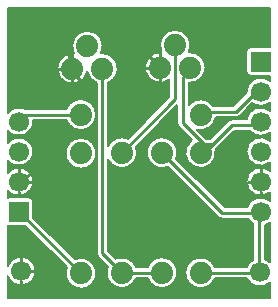
<source format=gbl>
G04 Layer: BottomLayer*
G04 EasyEDA Pro v2.2.40.8, 2025-10-31 20:06:03*
G04 Gerber Generator version 0.3*
G04 Scale: 100 percent, Rotated: No, Reflected: No*
G04 Dimensions in millimeters*
G04 Leading zeros omitted, absolute positions, 4 integers and 5 decimals*
G04 Generated by one-click*
%FSLAX45Y45*%
%MOMM*%
%ADD10C,0.2032*%
%ADD11C,0.254*%
%ADD12C,1.8796*%
%ADD13R,1.7X1.7*%
%ADD14C,1.7*%
%ADD15C,0.6193*%
%ADD16C,0.61*%
G75*


G04 Copper Start*
G36*
G01X-2389232Y429578D02*
G01X-2389232Y772276D01*
G01X-2379621Y770963D01*
G01X-2242417Y770963D01*
G01X-1890347Y418893D01*
G01X-1896988Y397553D01*
G01X-1899869Y375390D01*
G01X-1898906Y353061D01*
G01X-1894126Y331229D01*
G01X-1885672Y310540D01*
G01X-1873795Y291608D01*
G01X-1858845Y274995D01*
G01X-1841267Y261193D01*
G01X-1821582Y250610D01*
G01X-1800373Y243562D01*
G01X-1778269Y240256D01*
G01X-1755926Y240792D01*
G01X-1734007Y245152D01*
G01X-1713160Y253208D01*
G01X-1694004Y264721D01*
G01X-1677107Y279350D01*
G01X-1662971Y296660D01*
G01X-1652013Y316139D01*
G01X-1644560Y337209D01*
G01X-1640831Y359245D01*
G01X-1640939Y381594D01*
G01X-1644879Y403594D01*
G01X-1652534Y424591D01*
G01X-1663678Y443964D01*
G01X-1677980Y461138D01*
G01X-1695017Y475603D01*
G01X-1714282Y486932D01*
G01X-1735206Y494788D01*
G01X-1757166Y498937D01*
G01X-1779513Y499258D01*
G01X-1801584Y495740D01*
G01X-1822724Y488489D01*
G01X-2173808Y839572D01*
G01X-2173808Y976776D01*
G01X-2175561Y987844D01*
G01X-2180648Y997827D01*
G01X-2188571Y1005751D01*
G01X-2198555Y1010838D01*
G01X-2209622Y1012590D01*
G01X-2379621Y1012590D01*
G01X-2389232Y1011277D01*
G01X-2389232Y1070644D01*
G01X-2374574Y1055203D01*
G01X-2357432Y1042574D01*
G01X-2338340Y1033150D01*
G01X-2317890Y1027225D01*
G01X-2296717Y1024981D01*
G01X-2275480Y1026489D01*
G01X-2254836Y1031701D01*
G01X-2235429Y1040457D01*
G01X-2217859Y1052484D01*
G01X-2202674Y1067408D01*
G01X-2190345Y1084766D01*
G01X-2181254Y1104018D01*
G01X-2175684Y1124568D01*
G01X-2173808Y1145777D01*
G01X-2175684Y1166985D01*
G01X-2181254Y1187535D01*
G01X-2190345Y1206787D01*
G01X-2202674Y1224145D01*
G01X-2217859Y1239069D01*
G01X-2235429Y1251096D01*
G01X-2254836Y1259852D01*
G01X-2275480Y1265064D01*
G01X-2296717Y1266572D01*
G01X-2317890Y1264328D01*
G01X-2338340Y1258403D01*
G01X-2357432Y1248979D01*
G01X-2374574Y1236350D01*
G01X-2389232Y1220909D01*
G01X-2389232Y1324644D01*
G01X-2374574Y1309203D01*
G01X-2357432Y1296574D01*
G01X-2338340Y1287150D01*
G01X-2317890Y1281225D01*
G01X-2296717Y1278981D01*
G01X-2275480Y1280489D01*
G01X-2254836Y1285701D01*
G01X-2235429Y1294457D01*
G01X-2217859Y1306484D01*
G01X-2202674Y1321408D01*
G01X-2190345Y1338766D01*
G01X-2181254Y1358018D01*
G01X-2175684Y1378568D01*
G01X-2175044Y1385799D01*
G01X-1899990Y1385799D01*
G01X-1898018Y1363260D01*
G01X-1892162Y1341407D01*
G01X-1882601Y1320902D01*
G01X-1869624Y1302369D01*
G01X-1853626Y1286371D01*
G01X-1835093Y1273394D01*
G01X-1814588Y1263832D01*
G01X-1792734Y1257977D01*
G01X-1770196Y1256005D01*
G01X-1770196Y1256005D01*
G01X-1747657Y1257977D01*
G01X-1725804Y1263832D01*
G01X-1705299Y1273394D01*
G01X-1686766Y1286371D01*
G01X-1670768Y1302369D01*
G01X-1657791Y1320902D01*
G01X-1648229Y1341407D01*
G01X-1642374Y1363260D01*
G01X-1640402Y1385799D01*
G01X-1642374Y1408337D01*
G01X-1648229Y1430191D01*
G01X-1657791Y1450696D01*
G01X-1670768Y1469229D01*
G01X-1686766Y1485227D01*
G01X-1705299Y1498204D01*
G01X-1725804Y1507765D01*
G01X-1747657Y1513621D01*
G01X-1770196Y1515593D01*
G01X-1792734Y1513621D01*
G01X-1814588Y1507765D01*
G01X-1835093Y1498204D01*
G01X-1853626Y1485227D01*
G01X-1869624Y1469229D01*
G01X-1882601Y1450696D01*
G01X-1892162Y1430191D01*
G01X-1898018Y1408337D01*
G01X-1899990Y1385799D01*
G01X-2175044Y1385799D01*
G01X-2173808Y1399777D01*
G01X-2175684Y1420985D01*
G01X-2181254Y1441535D01*
G01X-2190345Y1460787D01*
G01X-2202674Y1478145D01*
G01X-2217859Y1493069D01*
G01X-2235429Y1505096D01*
G01X-2254836Y1513852D01*
G01X-2275480Y1519064D01*
G01X-2296717Y1520572D01*
G01X-2317890Y1518328D01*
G01X-2338340Y1512403D01*
G01X-2357432Y1502979D01*
G01X-2374574Y1490350D01*
G01X-2389232Y1474909D01*
G01X-2389232Y1578644D01*
G01X-2373964Y1562668D01*
G01X-2356041Y1549740D01*
G01X-2336064Y1540293D01*
G01X-2314700Y1534643D01*
G01X-2292664Y1532979D01*
G01X-2270693Y1535356D01*
G01X-2249523Y1541696D01*
G01X-2229862Y1551785D01*
G01X-2212368Y1565287D01*
G01X-2197626Y1581750D01*
G01X-2186129Y1600622D01*
G01X-2178262Y1621273D01*
G01X-2174288Y1643012D01*
G01X-2174340Y1665111D01*
G01X-1892758Y1665111D01*
G01X-1882650Y1645177D01*
G01X-1869273Y1627273D01*
G01X-1853022Y1611929D01*
G01X-1834380Y1599601D01*
G01X-1813900Y1590654D01*
G01X-1792188Y1585352D01*
G01X-1769888Y1583854D01*
G01X-1747662Y1586204D01*
G01X-1726169Y1592332D01*
G01X-1706046Y1602057D01*
G01X-1687889Y1615089D01*
G01X-1672238Y1631043D01*
G01X-1659555Y1649446D01*
G01X-1650217Y1669751D01*
G01X-1644502Y1691358D01*
G01X-1642577Y1713625D01*
G01X-1644502Y1735891D01*
G01X-1650217Y1757498D01*
G01X-1659555Y1777803D01*
G01X-1672238Y1796206D01*
G01X-1687889Y1812160D01*
G01X-1706046Y1825193D01*
G01X-1726169Y1834917D01*
G01X-1747662Y1841045D01*
G01X-1769888Y1843395D01*
G01X-1792188Y1841897D01*
G01X-1813900Y1836596D01*
G01X-1834380Y1827648D01*
G01X-1853022Y1815320D01*
G01X-1869273Y1799976D01*
G01X-1882650Y1782072D01*
G01X-1892758Y1762139D01*
G01X-2234773Y1762139D01*
G01X-2240516Y1761798D01*
G01X-2259629Y1769412D01*
G01X-2279757Y1773672D01*
G01X-2300316Y1774456D01*
G01X-2320709Y1771740D01*
G01X-2340347Y1765603D01*
G01X-2358658Y1756223D01*
G01X-2375112Y1743872D01*
G01X-2389232Y1728909D01*
G01X-2389232Y2615329D01*
G01X-171249Y2615329D01*
G01X-171249Y2283538D01*
G01X-333985Y2283538D01*
G01X-345052Y2281785D01*
G01X-355036Y2276698D01*
G01X-362959Y2268774D01*
G01X-368046Y2258791D01*
G01X-369799Y2247724D01*
G01X-369799Y2077724D01*
G01X-368046Y2066657D01*
G01X-362959Y2056673D01*
G01X-355036Y2048750D01*
G01X-345052Y2043663D01*
G01X-333985Y2041910D01*
G01X-171249Y2041910D01*
G01X-171249Y2001207D01*
G01X-189236Y2013728D01*
G01X-209188Y2022795D01*
G01X-230450Y2028107D01*
G01X-252321Y2029491D01*
G01X-274083Y2026902D01*
G01X-295019Y2020423D01*
G01X-314440Y2010270D01*
G01X-331708Y1996774D01*
G01X-346253Y1980382D01*
G01X-357598Y1961631D01*
G01X-365369Y1941140D01*
G01X-369310Y1919582D01*
G01X-369292Y1897666D01*
G01X-479419Y1787539D01*
G01X-649679Y1787539D01*
G01X-663663Y1804463D01*
G01X-680300Y1818789D01*
G01X-699113Y1830106D01*
G01X-719564Y1838090D01*
G01X-741068Y1842513D01*
G01X-763010Y1843249D01*
G01X-784763Y1840275D01*
G01X-805702Y1833678D01*
G01X-825231Y1823647D01*
G01X-842789Y1810467D01*
G01X-857875Y1794516D01*
G01X-857875Y1982974D01*
G01X-836259Y1982700D01*
G01X-814898Y1986018D01*
G01X-794384Y1992835D01*
G01X-775285Y2002962D01*
G01X-758133Y2016119D01*
G01X-743402Y2031940D01*
G01X-731501Y2049986D01*
G01X-722760Y2069758D01*
G01X-717422Y2090706D01*
G01X-715635Y2112249D01*
G01X-717449Y2133790D01*
G01X-722812Y2154732D01*
G01X-731577Y2174492D01*
G01X-743500Y2192524D01*
G01X-758250Y2208327D01*
G01X-775419Y2221463D01*
G01X-794530Y2231567D01*
G01X-815053Y2238359D01*
G01X-836418Y2241650D01*
G01X-858033Y2241350D01*
G01X-849230Y2261822D01*
G01X-844059Y2283499D01*
G01X-842671Y2305740D01*
G01X-845109Y2327891D01*
G01X-851300Y2349298D01*
G01X-861062Y2369331D01*
G01X-874106Y2387399D01*
G01X-890049Y2402969D01*
G01X-908420Y2415582D01*
G01X-928679Y2424867D01*
G01X-950226Y2430550D01*
G01X-972429Y2432463D01*
G01X-994631Y2430550D01*
G01X-1016179Y2424867D01*
G01X-1036437Y2415582D01*
G01X-1054809Y2402969D01*
G01X-1070751Y2387399D01*
G01X-1083796Y2369331D01*
G01X-1093558Y2349298D01*
G01X-1099749Y2327891D01*
G01X-1102186Y2305740D01*
G01X-1100799Y2283499D01*
G01X-1095628Y2261822D01*
G01X-1086825Y2241350D01*
G01X-1109733Y2241554D01*
G01X-1132321Y2237727D01*
G01X-1153884Y2229988D01*
G01X-1173750Y2218578D01*
G01X-1191301Y2203853D01*
G01X-1205990Y2186272D01*
G01X-1217358Y2166382D01*
G01X-1225053Y2144803D01*
G01X-1228834Y2122208D01*
G01X-1228583Y2099299D01*
G01X-1224308Y2076792D01*
G01X-1216143Y2055387D01*
G01X-1204341Y2035751D01*
G01X-1189271Y2018496D01*
G01X-1171401Y2004159D01*
G01X-1151290Y1993187D01*
G01X-1129563Y1985922D01*
G01X-1106896Y1982591D01*
G01X-1083998Y1983296D01*
G01X-1061580Y1988017D01*
G01X-1040341Y1996606D01*
G01X-1020943Y2008795D01*
G01X-1020943Y1862805D01*
G01X-1373438Y1510309D01*
G01X-1394029Y1517103D01*
G01X-1415464Y1520375D01*
G01X-1437145Y1520032D01*
G01X-1458465Y1516084D01*
G01X-1478832Y1508643D01*
G01X-1497675Y1497915D01*
G01X-1514469Y1484200D01*
G01X-1528746Y1467880D01*
G01X-1540106Y1449411D01*
G01X-1540106Y1983187D01*
G01X-1521696Y1992363D01*
G01X-1504966Y2004333D01*
G01X-1490338Y2018796D01*
G01X-1478179Y2035388D01*
G01X-1468793Y2053693D01*
G01X-1462418Y2073251D01*
G01X-1459212Y2093571D01*
G01X-1459257Y2114141D01*
G01X-1462552Y2134447D01*
G01X-1469013Y2153976D01*
G01X-1478478Y2172240D01*
G01X-1490710Y2188779D01*
G01X-1505402Y2203177D01*
G01X-1522183Y2215074D01*
G01X-1540634Y2224170D01*
G01X-1560289Y2230237D01*
G01X-1580657Y2233122D01*
G01X-1601224Y2232753D01*
G01X-1592421Y2253225D01*
G01X-1587250Y2274902D01*
G01X-1585863Y2297143D01*
G01X-1588300Y2319294D01*
G01X-1594491Y2340701D01*
G01X-1604253Y2360734D01*
G01X-1617297Y2378802D01*
G01X-1633240Y2394372D01*
G01X-1651612Y2406985D01*
G01X-1671870Y2416270D01*
G01X-1693418Y2421953D01*
G01X-1715620Y2423866D01*
G01X-1737822Y2421953D01*
G01X-1759370Y2416270D01*
G01X-1779628Y2406985D01*
G01X-1798000Y2394372D01*
G01X-1813943Y2378802D01*
G01X-1826987Y2360734D01*
G01X-1836749Y2340701D01*
G01X-1842940Y2319294D01*
G01X-1845378Y2297143D01*
G01X-1843990Y2274902D01*
G01X-1838819Y2253225D01*
G01X-1830016Y2232753D01*
G01X-1852957Y2232954D01*
G01X-1875576Y2229113D01*
G01X-1897165Y2221349D01*
G01X-1917049Y2209906D01*
G01X-1934609Y2195140D01*
G01X-1949294Y2177513D01*
G01X-1960646Y2157576D01*
G01X-1968310Y2135951D01*
G01X-1972047Y2113315D01*
G01X-1971741Y2090375D01*
G01X-1967400Y2067847D01*
G01X-1959160Y2046435D01*
G01X-1947280Y2026809D01*
G01X-1932129Y2009580D01*
G01X-1914181Y1995289D01*
G01X-1893998Y1984381D01*
G01X-1872209Y1977197D01*
G01X-1849496Y1973961D01*
G01X-1826568Y1974775D01*
G01X-1804142Y1979614D01*
G01X-1782918Y1988325D01*
G01X-1763559Y2000637D01*
G01X-1746670Y2016165D01*
G01X-1732779Y2034425D01*
G01X-1722320Y2054844D01*
G01X-1715620Y2076787D01*
G01X-1709575Y2056495D01*
G01X-1700312Y2037456D01*
G01X-1688076Y2020177D01*
G01X-1673194Y2005116D01*
G01X-1656062Y1992676D01*
G01X-1637134Y1983187D01*
G01X-1637134Y539240D01*
G01X-1635481Y526683D01*
G01X-1630635Y514983D01*
G01X-1622925Y504935D01*
G01X-1543690Y425700D01*
G01X-1550739Y404024D01*
G01X-1553887Y381450D01*
G01X-1553038Y358672D01*
G01X-1548217Y336394D01*
G01X-1539573Y315304D01*
G01X-1527374Y296050D01*
G01X-1511994Y279228D01*
G01X-1493909Y265355D01*
G01X-1473675Y254860D01*
G01X-1451918Y248066D01*
G01X-1429308Y245183D01*
G01X-1406542Y246300D01*
G01X-1384322Y251382D01*
G01X-1363334Y260273D01*
G01X-1344226Y272698D01*
G01X-1327585Y288274D01*
G01X-1313925Y306521D01*
G01X-1303669Y326876D01*
G01X-1204805Y326876D01*
G01X-1194697Y306942D01*
G01X-1181320Y289038D01*
G01X-1165069Y273695D01*
G01X-1146427Y261366D01*
G01X-1125947Y252419D01*
G01X-1104235Y247118D01*
G01X-1081935Y245620D01*
G01X-1059709Y247970D01*
G01X-1038216Y254098D01*
G01X-1018093Y263822D01*
G01X-999936Y276854D01*
G01X-984285Y292808D01*
G01X-971602Y311211D01*
G01X-962264Y331517D01*
G01X-956549Y353123D01*
G01X-954624Y375390D01*
G01X-956549Y397657D01*
G01X-962264Y419263D01*
G01X-971602Y439569D01*
G01X-984285Y457971D01*
G01X-999936Y473926D01*
G01X-1018093Y486958D01*
G01X-1038216Y496682D01*
G01X-1059709Y502810D01*
G01X-1081935Y505160D01*
G01X-1104235Y503662D01*
G01X-1125947Y498361D01*
G01X-1146427Y489414D01*
G01X-1165069Y477085D01*
G01X-1181320Y461742D01*
G01X-1194697Y443838D01*
G01X-1204805Y423904D01*
G01X-1304080Y423904D01*
G01X-1314535Y444211D01*
G01X-1328387Y462371D01*
G01X-1345207Y477822D01*
G01X-1364476Y490085D01*
G01X-1385596Y498781D01*
G01X-1407913Y503639D01*
G01X-1430737Y504511D01*
G01X-1453359Y501369D01*
G01X-1475081Y494309D01*
G01X-1540106Y559335D01*
G01X-1540106Y1332347D01*
G01X-1528465Y1313498D01*
G01X-1513787Y1296904D01*
G01X-1496501Y1283048D01*
G01X-1477111Y1272333D01*
G01X-1456181Y1265071D01*
G01X-1434321Y1261475D01*
G01X-1412168Y1261649D01*
G01X-1390367Y1265588D01*
G01X-1369553Y1273177D01*
G01X-1350334Y1284195D01*
G01X-1333268Y1298321D01*
G01X-1318853Y1315144D01*
G01X-1307508Y1334173D01*
G01X-1299565Y1354854D01*
G01X-1295255Y1376584D01*
G01X-1294703Y1398731D01*
G01X-1297926Y1420649D01*
G01X-1304829Y1441700D01*
G01X-954903Y1791626D01*
G01X-954903Y1639295D01*
G01X-953250Y1626739D01*
G01X-948403Y1615038D01*
G01X-940694Y1604991D01*
G01X-832123Y1496421D01*
G01X-848607Y1482607D01*
G01X-862583Y1466262D01*
G01X-873668Y1447832D01*
G01X-881558Y1427826D01*
G01X-886036Y1406791D01*
G01X-886979Y1385306D01*
G01X-884362Y1363959D01*
G01X-878255Y1343339D01*
G01X-868828Y1324009D01*
G01X-856338Y1306501D01*
G01X-841129Y1291297D01*
G01X-823617Y1278812D01*
G01X-804285Y1269390D01*
G01X-783662Y1263290D01*
G01X-762315Y1260679D01*
G01X-740830Y1261629D01*
G01X-719796Y1266113D01*
G01X-699792Y1274009D01*
G01X-681366Y1285100D01*
G01X-665025Y1299081D01*
G01X-651216Y1315568D01*
G01X-640320Y1334110D01*
G01X-632635Y1354196D01*
G01X-628372Y1375275D01*
G01X-627648Y1396769D01*
G01X-630483Y1418087D01*
G01X-472841Y1575730D01*
G01X-340396Y1575730D01*
G01X-325432Y1561173D01*
G01X-308186Y1549409D01*
G01X-289172Y1540790D01*
G01X-268958Y1535572D01*
G01X-248148Y1533913D01*
G01X-227363Y1535860D01*
G01X-207224Y1541357D01*
G01X-188331Y1550239D01*
G01X-171249Y1562240D01*
G01X-171249Y1493207D01*
G01X-188497Y1505305D01*
G01X-207583Y1514222D01*
G01X-227929Y1519688D01*
G01X-248915Y1521537D01*
G01X-269902Y1519713D01*
G01X-290254Y1514270D01*
G01X-309351Y1505375D01*
G01X-326613Y1493298D01*
G01X-341514Y1478405D01*
G01X-353601Y1461151D01*
G01X-362508Y1442059D01*
G01X-367962Y1421711D01*
G01X-369799Y1400724D01*
G01X-367962Y1379737D01*
G01X-362508Y1359388D01*
G01X-353601Y1340296D01*
G01X-341514Y1323042D01*
G01X-326613Y1308150D01*
G01X-309351Y1296072D01*
G01X-290254Y1287177D01*
G01X-269902Y1281734D01*
G01X-248915Y1279910D01*
G01X-227929Y1281759D01*
G01X-207583Y1287225D01*
G01X-188497Y1296143D01*
G01X-171249Y1308240D01*
G01X-171249Y1239207D01*
G01X-188497Y1251305D01*
G01X-207583Y1260222D01*
G01X-227929Y1265688D01*
G01X-248915Y1267537D01*
G01X-269902Y1265713D01*
G01X-290254Y1260270D01*
G01X-309351Y1251375D01*
G01X-326613Y1239298D01*
G01X-341514Y1224405D01*
G01X-353601Y1207151D01*
G01X-362508Y1188059D01*
G01X-367962Y1167711D01*
G01X-369799Y1146724D01*
G01X-367962Y1125737D01*
G01X-362508Y1105388D01*
G01X-353601Y1086296D01*
G01X-341514Y1069042D01*
G01X-326613Y1054150D01*
G01X-309351Y1042072D01*
G01X-290254Y1033177D01*
G01X-269902Y1027734D01*
G01X-248915Y1025910D01*
G01X-227929Y1027759D01*
G01X-207583Y1033225D01*
G01X-188497Y1042143D01*
G01X-171249Y1054240D01*
G01X-171249Y985207D01*
G01X-188907Y997540D01*
G01X-208473Y1006543D01*
G01X-229327Y1011927D01*
G01X-250806Y1013524D01*
G01X-272227Y1011281D01*
G01X-292909Y1005270D01*
G01X-312195Y995682D01*
G01X-329473Y982822D01*
G01X-344192Y967098D01*
G01X-355885Y949011D01*
G01X-364181Y929135D01*
G01X-553554Y929135D01*
G01X-964988Y1340569D01*
G01X-958040Y1361811D01*
G01X-954839Y1383930D01*
G01X-955480Y1406271D01*
G01X-959945Y1428170D01*
G01X-968100Y1448979D01*
G01X-979704Y1468080D01*
G01X-994413Y1484907D01*
G01X-1011790Y1498962D01*
G01X-1031321Y1509826D01*
G01X-1052427Y1517180D01*
G01X-1074481Y1520803D01*
G01X-1096830Y1520589D01*
G01X-1118810Y1516545D01*
G01X-1139771Y1508789D01*
G01X-1159091Y1497552D01*
G01X-1176197Y1483168D01*
G01X-1190581Y1466063D01*
G01X-1201817Y1446743D01*
G01X-1209573Y1425782D01*
G01X-1213618Y1403801D01*
G01X-1213831Y1381453D01*
G01X-1210208Y1359399D01*
G01X-1202855Y1338293D01*
G01X-1191990Y1318762D01*
G01X-1177935Y1301384D01*
G01X-1161108Y1286675D01*
G01X-1142007Y1275071D01*
G01X-1121198Y1266916D01*
G01X-1099299Y1262452D01*
G01X-1076958Y1261810D01*
G01X-1054839Y1265011D01*
G01X-1033597Y1271959D01*
G01X-607954Y846316D01*
G01X-597906Y838607D01*
G01X-586206Y833760D01*
G01X-573649Y832107D01*
G01X-353491Y832107D01*
G01X-341482Y815004D01*
G01X-326705Y800227D01*
G01X-309602Y788217D01*
G01X-309602Y485404D01*
G01X-328186Y474011D01*
G01X-344420Y459464D01*
G01X-357777Y442236D01*
G01X-367820Y422889D01*
G01X-636898Y422889D01*
G01X-647006Y442823D01*
G01X-660383Y460727D01*
G01X-676634Y476071D01*
G01X-695275Y488399D01*
G01X-715756Y497347D01*
G01X-737468Y502648D01*
G01X-759767Y504146D01*
G01X-781993Y501796D01*
G01X-803486Y495668D01*
G01X-823610Y485944D01*
G01X-841766Y472911D01*
G01X-857418Y456957D01*
G01X-870101Y438554D01*
G01X-879438Y418249D01*
G01X-885154Y396642D01*
G01X-887078Y374375D01*
G01X-885154Y352109D01*
G01X-879438Y330502D01*
G01X-870101Y310197D01*
G01X-857418Y291794D01*
G01X-841766Y275840D01*
G01X-823610Y262807D01*
G01X-803486Y253083D01*
G01X-781993Y246955D01*
G01X-759767Y244605D01*
G01X-737468Y246103D01*
G01X-715756Y251404D01*
G01X-695275Y260352D01*
G01X-676634Y272680D01*
G01X-660383Y288024D01*
G01X-647006Y305928D01*
G01X-636898Y325861D01*
G01X-365405Y325861D01*
G01X-354902Y307731D01*
G01X-341425Y291688D01*
G01X-325378Y278215D01*
G01X-307244Y267717D01*
G01X-287570Y260509D01*
G01X-266946Y256810D01*
G01X-245993Y256730D01*
G01X-225342Y260271D01*
G01X-205613Y267326D01*
G01X-187399Y277685D01*
G01X-171249Y291035D01*
G01X-171249Y156654D01*
G01X-2389232Y156654D01*
G01X-2389232Y347530D01*
G01X-2380372Y328404D01*
G01X-2368323Y311108D01*
G01X-2353450Y296171D01*
G01X-2336208Y284045D01*
G01X-2317121Y275101D01*
G01X-2296770Y269610D01*
G01X-2275774Y267741D01*
G01X-2254773Y269549D01*
G01X-2234405Y274979D01*
G01X-2215292Y283867D01*
G01X-2198014Y295942D01*
G01X-2183098Y310836D01*
G01X-2170998Y328096D01*
G01X-2162082Y347197D01*
G01X-2156621Y367556D01*
G01X-2154783Y388554D01*
G01X-2156621Y409553D01*
G01X-2162082Y429912D01*
G01X-2170998Y449013D01*
G01X-2183098Y466273D01*
G01X-2198014Y481167D01*
G01X-2215292Y493242D01*
G01X-2234405Y502130D01*
G01X-2254773Y507560D01*
G01X-2275774Y509368D01*
G01X-2296770Y507499D01*
G01X-2317121Y502008D01*
G01X-2336208Y493064D01*
G01X-2353450Y480938D01*
G01X-2368323Y466000D01*
G01X-2380372Y448705D01*
G01X-2389232Y429578D01*
G37*
G36*
G01X-319276Y1810463D02*
G01X-302183Y1800253D01*
G01X-283645Y1792988D01*
G01X-264165Y1788867D01*
G01X-244274Y1788002D01*
G01X-224510Y1790415D01*
G01X-205411Y1796042D01*
G01X-187495Y1804729D01*
G01X-171249Y1816240D01*
G01X-171249Y1747207D01*
G01X-188713Y1759429D01*
G01X-208052Y1768392D01*
G01X-228666Y1773817D01*
G01X-249912Y1775534D01*
G01X-271129Y1773491D01*
G01X-291657Y1767751D01*
G01X-310857Y1758492D01*
G01X-328131Y1746003D01*
G01X-342941Y1730673D01*
G01X-354826Y1712979D01*
G01X-363417Y1693471D01*
G01X-368445Y1672758D01*
G01X-492936Y1672758D01*
G01X-505492Y1671105D01*
G01X-517193Y1666258D01*
G01X-527241Y1658548D01*
G01X-675779Y1510009D01*
G01X-706944Y1510009D01*
G01X-709562Y1511078D01*
G01X-785664Y1587179D01*
G01X-764893Y1584111D01*
G01X-743900Y1584431D01*
G01X-723233Y1588132D01*
G01X-703433Y1595117D01*
G01X-685018Y1605203D01*
G01X-668470Y1618126D01*
G01X-654223Y1633549D01*
G01X-642648Y1651066D01*
G01X-634050Y1670220D01*
G01X-628652Y1690511D01*
G01X-459324Y1690511D01*
G01X-446768Y1692164D01*
G01X-435067Y1697010D01*
G01X-425020Y1704720D01*
G01X-319276Y1810463D01*
G37*
G36*
G01X-212574Y777527D02*
G01X-197844Y783268D01*
G01X-183990Y790882D01*
G01X-171249Y800240D01*
G01X-171249Y463221D01*
G01X-183764Y473962D01*
G01X-197625Y482899D01*
G01X-212574Y489864D01*
G01X-212574Y777527D01*
G37*
G54D10*
G01X-2389232Y429578D02*
G01X-2389232Y772276D01*
G03X-2379621Y770963I9611J34500D01*
G01X-2242417Y770963D01*
G01X-1890347Y418893D01*
G03X-1677107Y279350I120151J-49094D01*
G03X-1822724Y488489I-93088J90449D01*
G01X-2173808Y839572D01*
G01X-2173808Y976776D01*
G03X-2209622Y1012590I-35814J0D01*
G01X-2379621Y1012590D01*
G03X-2389232Y1011277I0J-35814D01*
G01X-2389232Y1070644D01*
G03X-2173808Y1145777I94611J75132D01*
G03X-2389232Y1220909I-120814J0D01*
G01X-2389232Y1324644D01*
G03X-2173808Y1399777I94611J75132D01*
G03X-2389232Y1474909I-120814J0D01*
G01X-2389232Y1578644D01*
G03X-2174340Y1665111I94611J75132D01*
G01X-1892758Y1665111D01*
G03X-1642577Y1713625I120386J48514D01*
G03X-1892758Y1762139I-129794J0D01*
G01X-2234773Y1762139D01*
G03X-2240516Y1761798I0J-48514D01*
G03X-2389232Y1728909I-54106J-108021D01*
G01X-2389232Y2615329D01*
G01X-171249Y2615329D01*
G01X-171249Y2283538D01*
G01X-333985Y2283538D01*
G03X-369799Y2247724I0J-35814D01*
G01X-369799Y2077724D01*
G03X-333985Y2041910I35814J0D01*
G01X-171249Y2041910D01*
G01X-171249Y2001207D01*
G03X-369292Y1897666I-77736J-92483D01*
G01X-479419Y1787539D01*
G01X-649679Y1787539D01*
G03X-857875Y1794516I-106692J-73914D01*
G01X-857875Y1982974D01*
G03X-715635Y2112249I12446J129196D01*
G03X-858033Y2241350I-129794J-79D01*
G03X-972429Y2432463I-114396J61319D01*
G03X-1086825Y2241350I0J-129794D01*
G03X-1224308Y2076792I-12604J-129180D01*
G03X-1020943Y2008795I124879J35378D01*
G01X-1020943Y1862805D01*
G01X-1373438Y1510309D01*
G03X-1540106Y1449411I-50821J-119431D01*
G01X-1540106Y1983187D01*
G03X-1462552Y2134447I-48514J120386D01*
G03X-1601224Y2232753I-126068J-30874D01*
G03X-1715620Y2423866I-114396J61319D01*
G03X-1830016Y2232753I0J-129794D01*
G03X-1947280Y2026809I-12604J-129180D01*
G03X-1715620Y2076787I104660J76764D01*
G03X-1637134Y1983187I127000J26786D01*
G01X-1637134Y539240D01*
G03X-1622925Y504935I48514J0D01*
G01X-1543690Y425700D01*
G03X-1473675Y254860I119431J-50821D01*
G03X-1303669Y326876I49416J120019D01*
G01X-1204805Y326876D01*
G03X-954624Y375390I120386J48514D01*
G03X-1204805Y423904I-129794J0D01*
G01X-1304080Y423904D01*
G03X-1475081Y494309I-120179J-49025D01*
G01X-1540106Y559335D01*
G01X-1540106Y1332347D01*
G03X-1369553Y1273177I115847J58532D01*
G03X-1304829Y1441700I-54706J117702D01*
G01X-954903Y1791626D01*
G01X-954903Y1639295D01*
G03X-940694Y1604991I48514J0D01*
G01X-832123Y1496421D01*
G03X-804285Y1269390I74839J-106045D01*
G03X-630483Y1418087I47000J120985D01*
G01X-472841Y1575730D01*
G01X-340396Y1575730D01*
G03X-171249Y1562240I91411J78994D01*
G01X-171249Y1493207D01*
G03X-369799Y1400724I-77736J-92483D01*
G03X-171249Y1308240I120814J0D01*
G01X-171249Y1239207D01*
G03X-369799Y1146724I-77736J-92483D01*
G03X-171249Y1054240I120814J0D01*
G01X-171249Y985207D01*
G03X-364181Y929135I-77736J-92483D01*
G01X-553554Y929135D01*
G01X-964988Y1340569D01*
G03X-1176197Y1483168I-119431J50821D01*
G03X-1033597Y1271959I91778J-91778D01*
G01X-607954Y846316D01*
G03X-573649Y832107I34305J34305D01*
G01X-353491Y832107D01*
G03X-309602Y788217I104506J60617D01*
G01X-309602Y485404D01*
G03X-367820Y422889I53594J-108276D01*
G01X-636898Y422889D01*
G03X-887078Y374375I-120386J-48514D01*
G03X-636898Y325861I129794J0D01*
G01X-365405Y325861D01*
G03X-171249Y291035I109397J51266D01*
G01X-171249Y156654D01*
G01X-2389232Y156654D01*
G01X-2389232Y347530D01*
G03X-2154783Y388554I113636J41024D01*
G03X-2389232Y429578I-120814J0D01*
G01X-1770196Y1256005D02*
G03X-1770196Y1515593I0J129794D01*
G03X-1770196Y1256005I0J-129794D01*
G01X-319276Y1810463D02*
G03X-171249Y1816240I70291J98260D01*
G01X-171249Y1747207D01*
G03X-368445Y1672758I-77736J-92483D01*
G01X-492936Y1672758D01*
G03X-527241Y1658548I0J-48514D01*
G01X-675779Y1510009D01*
G01X-706944Y1510009D01*
G03X-709562Y1511078I-50341J-119634D01*
G01X-785664Y1587179D01*
G03X-628652Y1690511I29292J126445D01*
G01X-459324Y1690511D01*
G03X-425020Y1704720I0J48514D01*
G01X-319276Y1810463D01*
G01X-212574Y777527D02*
G03X-171249Y800240I-36411J115196D01*
G01X-171249Y463221D01*
G03X-212574Y489864I-84758J-86093D01*
G01X-212574Y777527D01*
G54D11*
G01X-2294621Y1061031D02*
G01X-2294621Y1035123D01*
G01X-2294621Y1230522D02*
G01X-2294621Y1256430D01*
G01X-2209876Y1145777D02*
G01X-2183968Y1145777D01*
G01X-2190851Y388554D02*
G01X-2164943Y388554D01*
G01X-2275596Y473300D02*
G01X-2275596Y499208D01*
G01X-2275596Y303808D02*
G01X-2275596Y277900D01*
G01X-1936346Y2103573D02*
G01X-1962254Y2103573D01*
G01X-1842620Y2197299D02*
G01X-1842620Y2223207D01*
G01X-1842620Y2009847D02*
G01X-1842620Y1983939D01*
G01X-1193154Y2112170D02*
G01X-1219062Y2112170D01*
G01X-1099429Y2205895D02*
G01X-1099429Y2231803D01*
G01X-1099429Y2018444D02*
G01X-1099429Y1992536D01*
G01X-248985Y1231470D02*
G01X-248985Y1257378D01*
G01X-248985Y1061978D02*
G01X-248985Y1036070D01*
G01X-333731Y1146724D02*
G01X-359639Y1146724D01*
G04 Copper End*

G04 Pad Start*
G54D12*
G01X-1770196Y369799D03*
G01X-1770196Y1385799D03*
G01X-757284Y1390375D03*
G01X-757284Y374375D03*
G01X-1772371Y1713625D03*
G01X-756371Y1713625D03*
G01X-1084418Y375390D03*
G01X-1084418Y1391390D03*
G01X-1424260Y374879D03*
G01X-1424260Y1390879D03*
G54D13*
G01X-2294622Y891776D03*
G54D14*
G01X-2294622Y1145776D03*
G01X-2294622Y1399776D03*
G01X-2294622Y1653776D03*
G54D13*
G01X-248985Y2162724D03*
G54D14*
G01X-248985Y1908724D03*
G01X-248985Y1654724D03*
G01X-248985Y1400724D03*
G01X-248985Y1146724D03*
G01X-248985Y892724D03*
G01X-256008Y377128D03*
G01X-2275596Y388554D03*
G54D12*
G01X-1588620Y2103573D03*
G01X-1715620Y2294073D03*
G01X-1842620Y2103573D03*
G01X-845429Y2112170D03*
G01X-972429Y2302670D03*
G01X-1099429Y2112170D03*
G04 Pad End*

G04 Via Start*
G54D16*
G01X-1881232Y678564D03*
G01X-1881232Y1186564D03*
G01X-1373232Y2202564D03*
G01X-1373232Y678564D03*
G01X-1373232Y1186564D03*
G01X-865232Y678564D03*
G01X-357232Y678564D03*
G01X-616346Y1621321D03*
G01X-185159Y696354D03*
G04 Via End*

G04 Track Start*
G54D11*
G01X-1084418Y375390D02*
G01X-1423748Y375390D01*
G01X-1424260Y374879D02*
G01X-1588620Y539239D01*
G01X-1588620Y2103573D01*
G01X-1424260Y1390879D02*
G01X-972429Y1842710D01*
G01X-972429Y2302669D01*
G01X-1772371Y1713625D02*
G01X-2234774Y1713625D01*
G01X-2294622Y1653776D01*
G01X-1770196Y369799D02*
G01X-1772644Y369799D01*
G01X-2294622Y891776D01*
G01X-757284Y374375D02*
G01X-263840Y374375D01*
G01X-261088Y377128D01*
G01X-261088Y880621D01*
G01X-248985Y892724D01*
G01X-261088Y880621D02*
G01X-573649Y880621D01*
G01X-1084418Y1391390D01*
G01X-771611Y1739025D02*
G01X-459324Y1739025D01*
G01X-264225Y1934124D01*
G01X-492936Y1624244D02*
G01X-248985Y1624244D01*
G01X-728589Y1461495D02*
G01X-906389Y1639295D01*
G01X-906389Y2030890D01*
G01X-855589Y2081690D01*
G01X-2294622Y1120376D02*
G01X-1868020Y1546978D01*
G01X-1741020Y1546978D01*
G01X-1639420Y1648578D01*
G01X-1639420Y1874973D01*
G01X-1842620Y2078173D01*
G01X-1868020Y2134053D02*
G01X-1868020Y2371250D01*
G01X-1791820Y2447450D01*
G01X-1429629Y2447450D01*
G01X-1124829Y2142650D01*
G01X-757284Y1390375D02*
G01X-686164Y1461495D01*
G01X-728589Y1461495D02*
G01X-686164Y1461495D01*
G01X-665844Y1461495D02*
G01X-670924Y1461495D01*
G01X-686164Y1461495D01*
G01X-492936Y1624244D02*
G01X-686164Y1431015D01*
G04 Track End*

M02*


</source>
